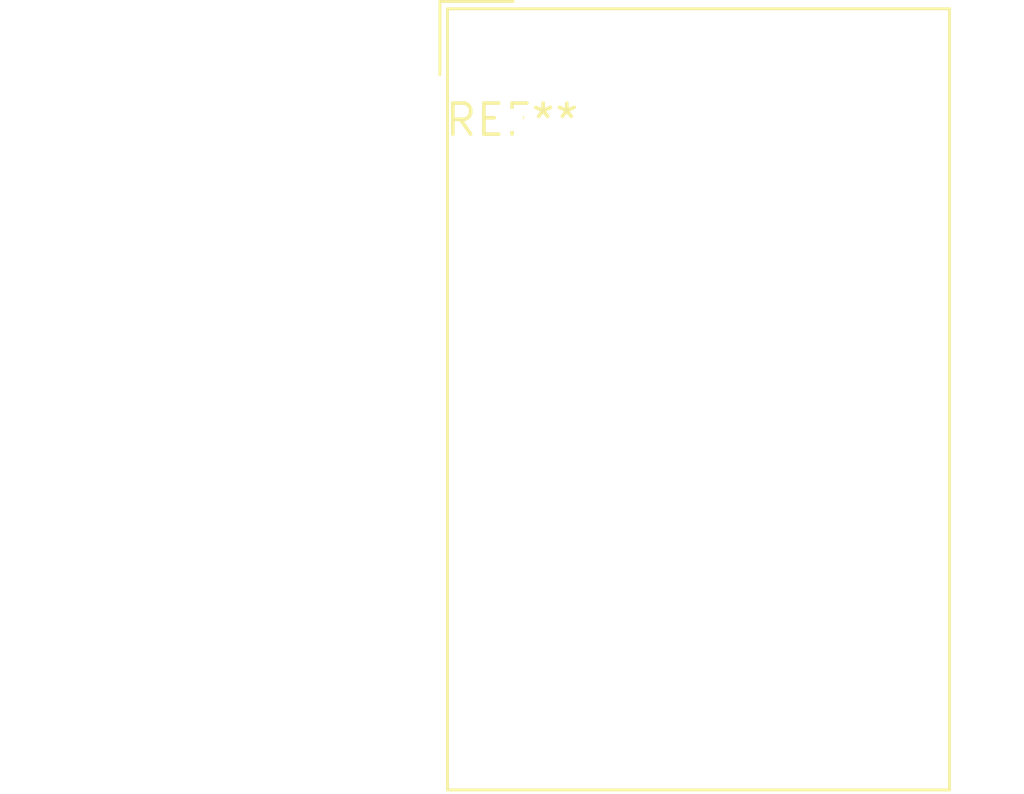
<source format=kicad_pcb>
(kicad_pcb (version 20240108) (generator pcbnew)
  (layers (0 "F.Cu" signal) (31 "B.Cu" signal) (34 "B.Paste" user) (35 "F.Paste" user) (36 "B.SilkS" user "B.Silkscreen") (37 "F.SilkS" user "F.Silkscreen") (38 "B.Mask" user) (39 "F.Mask" user) (44 "Edge.Cuts" user))
  (net 0 "")
  (footprint "Converter_DCDC_XP_POWER_JTExxxxDxx_THT" (layer "F.Cu") (at 0 0)
    (property "Reference" "REF**")
    (property "Value" "Converter_DCDC_XP_POWER_JTExxxxDxx_THT")
    (fp_line (start -2.95 -4.845) (end -2.95 -1.845) (layer "F.SilkS") (stroke (width 0.12)))
    (fp_line (start -2.95 -4.845) (end 0.05 -4.845) (layer "F.SilkS") (stroke (width 0.12)))
    (fp_line (start -2.64 -4.545) (end -2.64 27.405) (layer "F.SilkS") (stroke (width 0.12)))
    (fp_line (start -2.64 -4.545) (end 17.88 -4.545) (layer "F.SilkS") (stroke (width 0.12)))
    (fp_line (start -2.64 27.405) (end 17.88 27.405) (layer "F.SilkS") (stroke (width 0.12)))
    (fp_line (start 17.88 -4.545) (end 17.88 27.405) (layer "F.SilkS") (stroke (width 0.12)))
    (pad "2" thru_hole oval (at 0 0) (size 2.5 1.5) (drill 0.91) (layers *.Cu *.Mask) (remove_unused_layers))
    (pad "3" thru_hole oval (at 0 2.54) (size 2.5 1.5) (drill 0.91) (layers *.Cu *.Mask) (remove_unused_layers))
    (pad "9" thru_hole oval (at 0 17.78) (size 2.5 1.5) (drill 0.91) (layers *.Cu *.Mask) (remove_unused_layers))
    (pad "11" thru_hole oval (at 0 22.86) (size 2.5 1.5) (drill 0.91) (layers *.Cu *.Mask) (remove_unused_layers))
    (pad "14" thru_hole oval (at 15.24 22.86) (size 2.5 1.5) (drill 0.91) (layers *.Cu *.Mask) (remove_unused_layers))
    (pad "16" thru_hole oval (at 15.24 17.78) (size 2.5 1.5) (drill 0.91) (layers *.Cu *.Mask) (remove_unused_layers))
    (pad "22" thru_hole oval (at 15.24 2.54) (size 2.5 1.5) (drill 0.91) (layers *.Cu *.Mask) (remove_unused_layers))
    (pad "23" thru_hole oval (at 15.24 0) (size 2.5 1.5) (drill 0.91) (layers *.Cu *.Mask) (remove_unused_layers))
  )
)
</source>
